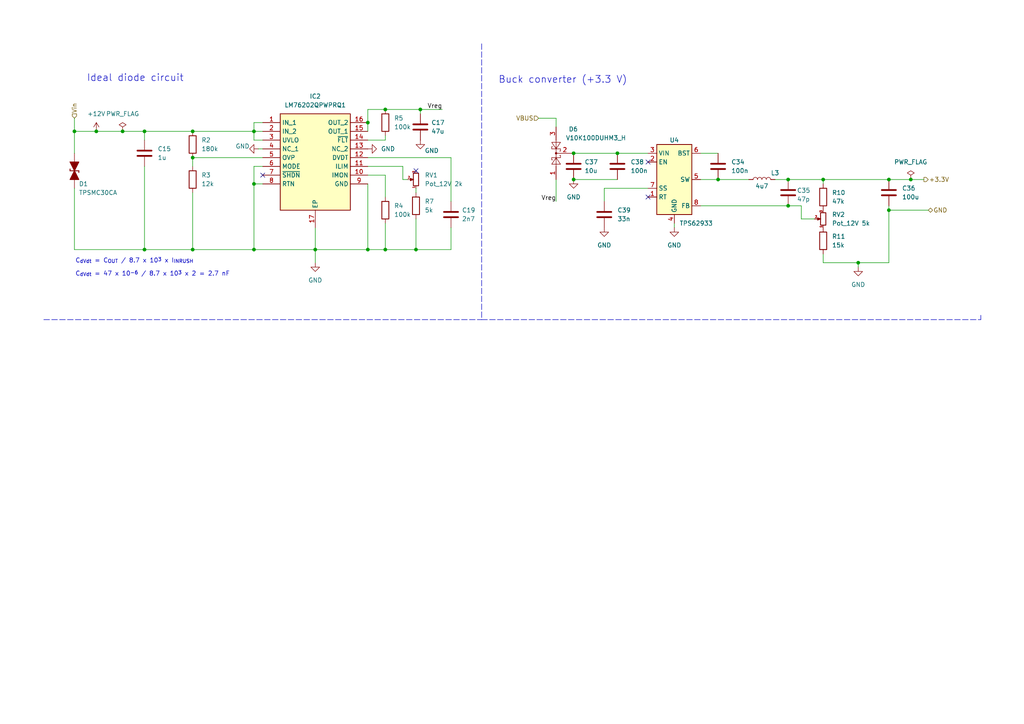
<source format=kicad_sch>
(kicad_sch (version 20250114) (generator "eeschema") (generator_version "9.0")
  (paper "A4")
  (lib_symbols
    (symbol "Device:C" (pin_numbers (hide yes)) (pin_names (offset 0.254))
      (property "Reference" "C" (at 0.635 2.54 0))
      (property "Value" "C" (at 0.635 -2.54 0))
      (symbol "C_0_1"
        (polyline (pts (xy -2.032 0.762) (xy 2.032 0.762)) (stroke (width 0.508)))
        (polyline (pts (xy -2.032 -0.762) (xy 2.032 -0.762)) (stroke (width 0.508)))
      )
      (symbol "C_1_1"
        (pin passive line (at 0 3.81 270) (length 2.794) (name "~") (number "1"))
        (pin passive line (at 0 -3.81 90) (length 2.794) (name "~") (number "2"))
      )
    )
    (symbol "Device:L" (pin_numbers (hide yes)) (pin_names (offset 1.016) (hide yes))
      (property "Reference" "L" (at -1.27 0 90))
      (property "Value" "L" (at 1.905 0 90))
      (symbol "L_0_1"
        (arc (start 0 2.54) (mid 0.6323 1.905) (end 0 1.27))
        (arc (start 0 1.27) (mid 0.6323 0.635) (end 0 0))
        (arc (start 0 0) (mid 0.6323 -0.635) (end 0 -1.27))
        (arc (start 0 -1.27) (mid 0.6323 -1.905) (end 0 -2.54))
      )
      (symbol "L_1_1"
        (pin passive line (at 0 3.81 270) (length 1.27) (name "1") (number "1"))
        (pin passive line (at 0 -3.81 90) (length 1.27) (name "2") (number "2"))
      )
    )
    (symbol "Device:R" (pin_numbers (hide yes)) (pin_names (offset 0))
      (property "Reference" "R" (at 2.032 0 90))
      (property "Value" "R" (at 0 0 90))
      (symbol "R_0_1"
        (rectangle (start -1.016 -2.54) (end 1.016 2.54) (stroke (width 0.254)))
      )
      (symbol "R_1_1"
        (pin passive line (at 0 3.81 270) (length 1.27) (name "~") (number "1"))
        (pin passive line (at 0 -3.81 90) (length 1.27) (name "~") (number "2"))
      )
    )
    (symbol "Device:R_Potentiometer_Small" (pin_names (offset 1.016) (hide yes))
      (property "Reference" "RV" (at -4.445 0 90))
      (property "Value" "R_Potentiometer_Small" (at -2.54 0 90))
      (symbol "R_Potentiometer_Small_0_1"
        (rectangle (start 0.762 1.8034) (end -0.762 -1.8034) (stroke (width 0.254)))
        (polyline (pts (xy 0.889 0) (xy 0.635 0) (xy 1.651 0.381) (xy 1.651 -0.381) (xy 0.635 0) (xy 0.889 0)) (fill (type outline)))
      )
      (symbol "R_Potentiometer_Small_1_1"
        (pin passive line (at 0 2.54 270) (length 0.635) (name "1") (number "1"))
        (pin passive line (at 0 -2.54 90) (length 0.635) (name "3") (number "3"))
        (pin passive line (at 2.54 0 180) (length 0.9906) (name "2") (number "2"))
      )
    )
    (symbol "Diode:BAT54CW" (pin_names (offset 1.016))
      (property "Reference" "D6" (at 6.985 -6.35 90))
      (property "Value" "V10K100DUHM3_H" (at 4.445 -20.32 90))
      (symbol "BAT54CW_0_1"
        (polyline (pts (xy -3.175 -1.27) (xy -3.175 1.27) (xy -1.27 0) (xy -3.175 -1.27)))
        (polyline (pts (xy -1.905 1.27) (xy -1.905 1.016)))
        (polyline (pts (xy -1.905 0) (xy 1.905 0)))
        (polyline (pts (xy -1.27 1.27) (xy -1.905 1.27)))
        (polyline (pts (xy -1.27 1.27) (xy -1.27 -1.27)))
        (polyline (pts (xy -1.27 0) (xy -3.81 0)))
        (polyline (pts (xy -1.27 -1.27) (xy -0.635 -1.27)))
        (polyline (pts (xy -0.635 -1.27) (xy -0.635 -1.016)))
        (circle (center 0 0) (radius 0.254) (fill (type outline)))
        (polyline (pts (xy 0.635 -1.27) (xy 0.635 -1.016)))
        (polyline (pts (xy 1.27 1.27) (xy 1.27 -1.27)))
        (polyline (pts (xy 1.27 1.27) (xy 1.905 1.27)))
        (polyline (pts (xy 1.27 -1.27) (xy 0.635 -1.27)))
        (polyline (pts (xy 1.905 1.27) (xy 1.905 1.016)))
        (polyline (pts (xy 3.175 -1.27) (xy 3.175 1.27) (xy 1.27 0) (xy 3.175 -1.27)))
        (polyline (pts (xy 3.81 0) (xy 1.27 0)))
      )
      (symbol "BAT54CW_1_1"
        (pin passive line (at -7.62 0 0) (length 3.81) (name "~") (number "1"))
        (pin passive line (at 0 -5.08 90) (length 5.08) (name "~") (number "2"))
        (pin passive line (at 7.62 0 180) (length 3.81) (name "~") (number "3"))
      )
    )
    (symbol "GND_1" (power) (pin_numbers (hide yes)) (pin_names (offset 0) (hide yes))
      (property "Value" "GND" (at 0 -3.81 0))
      (symbol "GND_1_0_1"
        (polyline (pts (xy 0 0) (xy 0 -1.27) (xy 1.27 -1.27) (xy 0 -2.54) (xy -1.27 -1.27) (xy 0 -1.27)))
      )
      (symbol "GND_1_1_1"
        (pin power_in line (at 0 0 270) (length 0) (name "~") (number "1"))
      )
    )
    (symbol "GND_2" (power) (pin_numbers (hide yes)) (pin_names (offset 0) (hide yes))
      (property "Value" "GND" (at 0 -3.81 0))
      (symbol "GND_2_0_1"
        (polyline (pts (xy 0 0) (xy 0 -1.27) (xy 1.27 -1.27) (xy 0 -2.54) (xy -1.27 -1.27) (xy 0 -1.27)))
      )
      (symbol "GND_2_1_1"
        (pin power_in line (at 0 0 270) (length 0) (name "~") (number "1"))
      )
    )
    (symbol "GND_3" (power) (pin_numbers (hide yes)) (pin_names (offset 0) (hide yes))
      (property "Value" "GND" (at 0 -3.81 0))
      (symbol "GND_3_0_1"
        (polyline (pts (xy 0 0) (xy 0 -1.27) (xy 1.27 -1.27) (xy 0 -2.54) (xy -1.27 -1.27) (xy 0 -1.27)))
      )
      (symbol "GND_3_1_1"
        (pin power_in line (at 0 0 270) (length 0) (name "~") (number "1"))
      )
    )
    (symbol "GND_4" (power) (pin_numbers (hide yes)) (pin_names (offset 0) (hide yes))
      (property "Value" "GND" (at 0 -3.81 0))
      (symbol "GND_4_0_1"
        (polyline (pts (xy 0 0) (xy 0 -1.27) (xy 1.27 -1.27) (xy 0 -2.54) (xy -1.27 -1.27) (xy 0 -1.27)))
      )
      (symbol "GND_4_1_1"
        (pin power_in line (at 0 0 270) (length 0) (name "~") (number "1"))
      )
    )
    (symbol "LM76202QPWPRQ1:LM76202QPWPRQ1"
      (property "Reference" "IC" (at 26.67 7.62 0))
      (property "Value" "LM76202QPWPRQ1" (at 26.67 5.08 0))
      (symbol "LM76202QPWPRQ1_1_1"
        (rectangle (start 5.08 2.54) (end 25.4 -25.4) (stroke (width 0.254)) (fill (type background)))
        (pin passive line (at 0 0 0) (length 5.08) (name "IN_1") (number "1"))
        (pin passive line (at 0 -2.54 0) (length 5.08) (name "IN_2") (number "2"))
        (pin passive line (at 0 -5.08 0) (length 5.08) (name "UVLO") (number "3"))
        (pin passive line (at 0 -7.62 0) (length 5.08) (name "NC_1") (number "4"))
        (pin passive line (at 0 -10.16 0) (length 5.08) (name "OVP") (number "5"))
        (pin passive line (at 0 -12.7 0) (length 5.08) (name "MODE") (number "6"))
        (pin passive line (at 0 -15.24 0) (length 5.08) (name "~{SHDN}") (number "7"))
        (pin passive line (at 0 -17.78 0) (length 5.08) (name "RTN") (number "8"))
        (pin passive line (at 15.24 -30.48 90) (length 5.08) (name "EP") (number "17"))
        (pin passive line (at 30.48 0 180) (length 5.08) (name "OUT_2") (number "16"))
        (pin passive line (at 30.48 -2.54 180) (length 5.08) (name "OUT_1") (number "15"))
        (pin passive line (at 30.48 -5.08 180) (length 5.08) (name "~{FLT}") (number "14"))
        (pin passive line (at 30.48 -7.62 180) (length 5.08) (name "NC_2") (number "13"))
        (pin passive line (at 30.48 -10.16 180) (length 5.08) (name "DVDT") (number "12"))
        (pin passive line (at 30.48 -12.7 180) (length 5.08) (name "ILIM") (number "11"))
        (pin passive line (at 30.48 -15.24 180) (length 5.08) (name "IMON") (number "10"))
        (pin passive line (at 30.48 -17.78 180) (length 5.08) (name "GND") (number "9"))
      )
    )
    (symbol "PCM_Diode_TVS_AKL:TPSMC30CA" (pin_numbers (hide yes)) (pin_names (offset 1.016) (hide yes))
      (property "Reference" "D" (at 0 5.08 0))
      (property "Value" "TPSMC30CA" (at 0 2.54 0))
      (symbol "TPSMC30CA_0_1"
        (polyline (pts (xy 0 1.27) (xy 0 -1.27)) (stroke (width 0.254)))
        (polyline (pts (xy 0 1.27) (xy 0.508 1.27)) (stroke (width 0.254)))
        (polyline (pts (xy 0 0) (xy -2.54 1.27) (xy -2.54 -1.27) (xy 0 0)) (stroke (width 0.254)) (fill (type outline)))
        (polyline (pts (xy 0 -1.27) (xy -0.508 -1.27)) (stroke (width 0.254)))
        (polyline (pts (xy 1.27 0) (xy -1.27 0)))
        (polyline (pts (xy 2.54 1.27) (xy 2.54 -1.27) (xy 0 0) (xy 2.54 1.27)) (stroke (width 0.254)) (fill (type outline)))
      )
      (symbol "TPSMC30CA_1_1"
        (pin passive line (at -5.08 0 0) (length 2.54) (name "K") (number "1"))
        (pin passive line (at 5.08 0 180) (length 2.54) (name "A") (number "2"))
      )
    )
    (symbol "Regulator_Switching:TPS62933"
      (property "Reference" "U" (at 0 13.97 0))
      (property "Value" "TPS62933" (at 0 11.43 0))
      (symbol "TPS62933_0_1"
        (rectangle (start -5.08 10.16) (end 5.08 -10.16) (stroke (width 0.254)) (fill (type background)))
      )
      (symbol "TPS62933_1_1"
        (pin power_in line (at -7.62 7.62 0) (length 2.54) (name "VIN") (number "3"))
        (pin input line (at -7.62 5.08 0) (length 2.54) (name "EN") (number "2"))
        (pin passive line (at -7.62 -2.54 0) (length 2.54) (name "SS") (number "7"))
        (pin passive line (at -7.62 -5.08 0) (length 2.54) (name "RT") (number "1"))
        (pin power_in line (at 0 -12.7 90) (length 2.54) (name "GND") (number "4"))
        (pin passive line (at 7.62 7.62 180) (length 2.54) (name "BST") (number "6"))
        (pin output line (at 7.62 0 180) (length 2.54) (name "SW") (number "5"))
        (pin input line (at 7.62 -7.62 180) (length 2.54) (name "FB") (number "8"))
      )
    )
    (symbol "power:+12V" (power) (pin_numbers (hide yes)) (pin_names (offset 0) (hide yes))
      (property "Value" "+12V" (at 0 3.556 0))
      (symbol "+12V_0_1"
        (polyline (pts (xy -0.762 1.27) (xy 0 2.54)))
        (polyline (pts (xy 0 2.54) (xy 0.762 1.27)))
        (polyline (pts (xy 0 0) (xy 0 2.54)))
      )
      (symbol "+12V_1_1"
        (pin power_in line (at 0 0 90) (length 0) (name "~") (number "1"))
      )
    )
    (symbol "power:PWR_FLAG" (power) (pin_numbers (hide yes)) (pin_names (offset 0) (hide yes))
      (property "Value" "PWR_FLAG" (at 0 3.81 0))
      (symbol "PWR_FLAG_0_0"
        (pin power_out line (at 0 0 90) (length 0) (name "pwr") (number "1"))
      )
      (symbol "PWR_FLAG_0_1"
        (polyline (pts (xy 0 0) (xy 0 1.27) (xy -1.016 1.905) (xy 0 2.54) (xy 1.016 1.905) (xy 0 1.27)))
      )
    )
  )
  (text "C_{dVdt} = C_{OUT} / 8.7 x 10^{3} x I_{INRUSH}" (at 21.844 76.454 0) (effects (font (size 1.27 1.27)) (justify left bottom)))
  (text "C_{dVdt} = 47 x 10^{-6} / 8.7 x 10^{3} x 2 = 2.7 nF" (at 21.844 80.264 0) (effects (font (size 1.27 1.27)) (justify left bottom)))
  (text "Ideal diode circuit\n" (at 25.146 23.876 0) (effects (font (size 2 2)) (justify left bottom)))
  (text "Buck converter (+3.3 V)" (at 144.526 24.384 0) (effects (font (size 2 2)) (justify left bottom)))
  (junction (at 257.81 60.96))
  (junction (at 248.92 76.2))
  (junction (at 91.44 72.39))
  (junction (at 35.56 38.1))
  (junction (at 27.94 38.1))
  (junction (at 121.92 31.75))
  (junction (at 208.28 52.07))
  (junction (at 228.6 52.07))
  (junction (at 55.88 45.72))
  (junction (at 179.07 44.45))
  (junction (at 21.59 38.1))
  (junction (at 257.81 52.07))
  (junction (at 55.88 38.1))
  (junction (at 73.66 53.34))
  (junction (at 166.37 52.07))
  (junction (at 55.88 72.39))
  (junction (at 228.6 59.69))
  (junction (at 264.16 52.07))
  (junction (at 106.68 72.39))
  (junction (at 41.91 72.39))
  (junction (at 106.68 35.56))
  (junction (at 73.66 38.1))
  (junction (at 120.65 72.39))
  (junction (at 238.76 52.07))
  (junction (at 111.76 72.39))
  (junction (at 73.66 72.39))
  (junction (at 166.37 44.45))
  (junction (at 111.76 31.75))
  (junction (at 41.91 38.1))
  (no_connect (at 120.65 49.53))
  (no_connect (at 76.2 50.8))
  (no_connect (at 187.96 46.99))
  (no_connect (at 187.96 57.15))
  (polyline (pts (xy 12.7 92.71) (xy 139.7 92.71)) (stroke (width 0) (type dash)))
  (wire (pts (xy 156.21 34.29) (xy 161.29 34.29)))
  (wire (pts (xy 111.76 50.8) (xy 111.76 57.15)))
  (wire (pts (xy 106.68 40.64) (xy 111.76 40.64)))
  (wire (pts (xy 120.65 63.5) (xy 120.65 72.39)))
  (wire (pts (xy 21.59 54.61) (xy 21.59 72.39)))
  (wire (pts (xy 203.2 52.07) (xy 208.28 52.07)))
  (wire (pts (xy 203.2 59.69) (xy 228.6 59.69)))
  (wire (pts (xy 55.88 55.88) (xy 55.88 72.39)))
  (wire (pts (xy 73.66 53.34) (xy 73.66 72.39)))
  (wire (pts (xy 238.76 52.07) (xy 228.6 52.07)))
  (wire (pts (xy 195.58 64.77) (xy 195.58 66.04)))
  (wire (pts (xy 73.66 38.1) (xy 73.66 40.64)))
  (wire (pts (xy 238.76 73.66) (xy 238.76 76.2)))
  (wire (pts (xy 73.66 48.26) (xy 73.66 53.34)))
  (wire (pts (xy 257.81 60.96) (xy 257.81 76.2)))
  (wire (pts (xy 73.66 38.1) (xy 76.2 38.1)))
  (wire (pts (xy 106.68 35.56) (xy 106.68 38.1)))
  (polyline (pts (xy 284.48 91.44) (xy 284.48 92.71)))
  (wire (pts (xy 248.92 76.2) (xy 248.92 77.47)))
  (wire (pts (xy 121.92 31.75) (xy 128.27 31.75)))
  (wire (pts (xy 76.2 35.56) (xy 73.66 35.56)))
  (wire (pts (xy 106.68 31.75) (xy 106.68 35.56)))
  (wire (pts (xy 106.68 50.8) (xy 111.76 50.8)))
  (wire (pts (xy 21.59 38.1) (xy 21.59 44.45)))
  (wire (pts (xy 74.93 43.18) (xy 76.2 43.18)))
  (wire (pts (xy 232.41 63.5) (xy 232.41 59.69)))
  (wire (pts (xy 111.76 72.39) (xy 120.65 72.39)))
  (wire (pts (xy 121.92 33.02) (xy 121.92 31.75)))
  (wire (pts (xy 236.22 63.5) (xy 232.41 63.5)))
  (wire (pts (xy 55.88 38.1) (xy 73.66 38.1)))
  (wire (pts (xy 41.91 48.26) (xy 41.91 72.39)))
  (wire (pts (xy 120.65 72.39) (xy 130.81 72.39)))
  (wire (pts (xy 130.81 45.72) (xy 130.81 58.42)))
  (wire (pts (xy 35.56 38.1) (xy 41.91 38.1)))
  (wire (pts (xy 161.29 34.29) (xy 161.29 36.83)))
  (wire (pts (xy 21.59 38.1) (xy 27.94 38.1)))
  (wire (pts (xy 111.76 64.77) (xy 111.76 72.39)))
  (wire (pts (xy 55.88 45.72) (xy 76.2 45.72)))
  (wire (pts (xy 41.91 40.64) (xy 41.91 38.1)))
  (wire (pts (xy 224.79 52.07) (xy 228.6 52.07)))
  (polyline (pts (xy 139.7 12.7) (xy 139.7 92.71)) (stroke (width 0) (type dash)))
  (wire (pts (xy 120.65 54.61) (xy 120.65 55.88)))
  (wire (pts (xy 106.68 72.39) (xy 91.44 72.39)))
  (wire (pts (xy 111.76 31.75) (xy 106.68 31.75)))
  (wire (pts (xy 161.29 52.07) (xy 161.29 58.42)))
  (wire (pts (xy 232.41 59.69) (xy 228.6 59.69)))
  (wire (pts (xy 238.76 52.07) (xy 257.81 52.07)))
  (wire (pts (xy 91.44 72.39) (xy 91.44 66.04)))
  (wire (pts (xy 264.16 52.07) (xy 267.97 52.07)))
  (wire (pts (xy 111.76 72.39) (xy 106.68 72.39)))
  (polyline (pts (xy 139.7 92.71) (xy 284.48 92.71)) (stroke (width 0) (type dash)))
  (wire (pts (xy 41.91 72.39) (xy 55.88 72.39)))
  (wire (pts (xy 257.81 52.07) (xy 264.16 52.07)))
  (wire (pts (xy 111.76 40.64) (xy 111.76 39.37)))
  (wire (pts (xy 106.68 53.34) (xy 106.68 72.39)))
  (wire (pts (xy 27.94 38.1) (xy 35.56 38.1)))
  (wire (pts (xy 238.76 76.2) (xy 248.92 76.2)))
  (wire (pts (xy 111.76 31.75) (xy 121.92 31.75)))
  (wire (pts (xy 203.2 44.45) (xy 208.28 44.45)))
  (wire (pts (xy 166.37 44.45) (xy 179.07 44.45)))
  (wire (pts (xy 55.88 45.72) (xy 55.88 48.26)))
  (wire (pts (xy 21.59 72.39) (xy 41.91 72.39)))
  (wire (pts (xy 257.81 59.69) (xy 257.81 60.96)))
  (wire (pts (xy 116.84 52.07) (xy 116.84 48.26)))
  (wire (pts (xy 238.76 53.34) (xy 238.76 52.07)))
  (wire (pts (xy 116.84 48.26) (xy 106.68 48.26)))
  (wire (pts (xy 73.66 53.34) (xy 76.2 53.34)))
  (wire (pts (xy 166.37 52.07) (xy 179.07 52.07)))
  (wire (pts (xy 21.59 34.29) (xy 21.59 38.1)))
  (wire (pts (xy 118.11 52.07) (xy 116.84 52.07)))
  (wire (pts (xy 179.07 44.45) (xy 187.96 44.45)))
  (wire (pts (xy 106.68 45.72) (xy 130.81 45.72)))
  (wire (pts (xy 91.44 72.39) (xy 91.44 76.2)))
  (wire (pts (xy 175.26 58.42) (xy 175.26 54.61)))
  (wire (pts (xy 130.81 66.04) (xy 130.81 72.39)))
  (wire (pts (xy 73.66 40.64) (xy 76.2 40.64)))
  (wire (pts (xy 175.26 54.61) (xy 187.96 54.61)))
  (wire (pts (xy 73.66 35.56) (xy 73.66 38.1)))
  (wire (pts (xy 257.81 60.96) (xy 269.24 60.96)))
  (wire (pts (xy 208.28 52.07) (xy 217.17 52.07)))
  (wire (pts (xy 55.88 72.39) (xy 73.66 72.39)))
  (wire (pts (xy 41.91 38.1) (xy 55.88 38.1)))
  (wire (pts (xy 257.81 76.2) (xy 248.92 76.2)))
  (wire (pts (xy 76.2 48.26) (xy 73.66 48.26)))
  (wire (pts (xy 73.66 72.39) (xy 91.44 72.39)))
  (label "Vreg" (at 128.27 31.75 180))
  (label "Vreg" (at 161.29 58.42 180))
  (hierarchical_label "+3.3V" (shape output) (at 267.97 52.07 0))
  (hierarchical_label "VBUS" (shape input) (at 156.21 34.29 180))
  (hierarchical_label "Vin" (shape input) (at 21.59 34.29 90))
  (hierarchical_label "GND" (shape bidirectional) (at 269.24 60.96 0))
  (symbol (lib_id "Device:L") (at 220.98 52.07 90) (unit 1)
    (property "Reference" "L3" (at 224.79 50.165 90))
    (property "Value" "4u7" (at 220.98 53.975 90))
    (property "Footprint" "Lib:INDC1608X95N" (effects (hide yes)))
  )
  (symbol (lib_name "GND_2") (lib_id "power:GND") (at 195.58 66.04 0) (unit 1)
    (property "Reference" "#PWR071" (effects (hide yes)))
    (property "Value" "GND" (at 195.58 71.12 0))
    (property "Description" "Power symbol creates a global label with name \"GND\" , ground" (effects (hide yes)))
  )
  (symbol (lib_name "GND_4") (lib_id "power:GND") (at 175.26 66.04 0) (unit 1)
    (property "Reference" "#PWR020" (effects (hide yes)))
    (property "Value" "GND" (at 175.26 71.12 0))
    (property "Description" "Power symbol creates a global label with name \"GND\" , ground" (effects (hide yes)))
  )
  (symbol (lib_id "Device:R") (at 238.76 57.15 0) (unit 1)
    (property "Reference" "R10" (at 241.3 55.8799 0) (effects (justify left)))
    (property "Value" "47k" (at 241.3 58.4199 0) (effects (justify left)))
    (property "Footprint" "Resistor_SMD:R_1206_3216Metric" (effects (hide yes)))
  )
  (symbol (lib_id "Device:R") (at 120.65 59.69 0) (unit 1)
    (property "Reference" "R7" (at 123.19 58.4199 0) (effects (justify left)))
    (property "Value" "5k" (at 123.19 60.9599 0) (effects (justify left)))
    (property "Footprint" "Resistor_SMD:R_1206_3216Metric" (effects (hide yes)))
  )
  (symbol (lib_name "GND_2") (lib_id "power:GND") (at 248.92 77.47 0) (unit 1)
    (property "Reference" "#PWR050" (effects (hide yes)))
    (property "Value" "GND" (at 248.92 82.55 0))
    (property "Description" "Power symbol creates a global label with name \"GND\" , ground" (effects (hide yes)))
  )
  (symbol (lib_id "Device:C") (at 175.26 62.23 0) (unit 1)
    (property "Reference" "C39" (at 179.07 60.9599 0) (effects (justify left)))
    (property "Value" "33n" (at 179.07 63.4999 0) (effects (justify left)))
    (property "Footprint" "Capacitor_SMD:C_1206_3216Metric" (effects (hide yes)))
  )
  (symbol (lib_id "Device:R_Potentiometer_Small") (at 120.65 52.07 180) (unit 1)
    (property "Reference" "RV1" (at 123.19 50.7999 0) (effects (justify right)))
    (property "Value" "Pot_12V 2k" (at 123.19 53.3399 0) (effects (justify right)))
    (property "Footprint" "Lib:TC33X2503E" (effects (hide yes)))
    (property "Description" "Potentiometer" (effects (hide yes)))
  )
  (symbol (lib_id "Regulator_Switching:TPS62933") (at 195.58 52.07 0) (unit 1)
    (property "Reference" "U4" (at 195.58 40.64 0))
    (property "Value" "TPS62933" (at 201.93 64.77 0))
    (property "Footprint" "Lib:SOTFL50P160X60-8N" (effects (hide yes)))
    (property "Datasheet" "https://www.ti.com/lit/ds/symlink/tps62933.pdf" (effects (hide yes)))
  )
  (symbol (lib_id "Diode:BAT54CW") (at 161.29 44.45 90) (unit 1)
    (property "Reference" "D6" (at 167.64 37.465 90) (effects (justify left)))
    (property "Value" "V10K100DUHM3_H" (at 181.61 40.005 90) (effects (justify left)))
    (property "Footprint" "Lib:DPAK228P990X239-4N" (effects (hide yes)))
    (property "Datasheet" "https://assets.nexperia.com/documents/data-sheet/BAT54W_SER.pdf" (effects (hide yes)))
    (property "Description" "Dual schottky barrier diode, common cathode, SOT-323" (effects (hide yes)))
    (property "Height" "1.09" (effects (hide yes)))
    (property "Mouser Part Number" "78-V6K100DUHM3/H" (effects (hide yes)))
    (property "Mouser Price/Stock" "https://www.mouser.co.uk/ProductDetail/Vishay-General-Semiconductor/V6K100DUHM3-H?qs=u16ybLDytRbtckVK0zChdQ%3D%3D" (effects (hide yes)))
    (property "Manufacturer_Name" "Vishay" (effects (hide yes)))
    (property "Manufacturer_Part_Number" "V6K100DUHM3/H" (effects (hide yes)))
  )
  (symbol (lib_id "Device:C") (at 208.28 48.26 0) (unit 1)
    (property "Reference" "C34" (at 212.09 46.9899 0) (effects (justify left)))
    (property "Value" "100n" (at 212.09 49.5299 0) (effects (justify left)))
    (property "Footprint" "Capacitor_SMD:C_1206_3216Metric" (effects (hide yes)))
  )
  (symbol (lib_name "GND_2") (lib_id "power:GND") (at 121.92 40.64 0) (unit 1)
    (property "Reference" "#PWR017" (effects (hide yes)))
    (property "Value" "GND" (at 125.222 43.688 0))
    (property "Description" "Power symbol creates a global label with name \"GND\" , ground" (effects (hide yes)))
  )
  (symbol (lib_id "Device:C") (at 179.07 48.26 0) (unit 1)
    (property "Reference" "C38" (at 182.88 46.9899 0) (effects (justify left)))
    (property "Value" "100n" (at 182.88 49.5299 0) (effects (justify left)))
    (property "Footprint" "Capacitor_SMD:C_1206_3216Metric" (effects (hide yes)))
  )
  (symbol (lib_name "GND_2") (lib_id "power:GND") (at 91.44 76.2 0) (unit 1)
    (property "Reference" "#PWR014" (effects (hide yes)))
    (property "Value" "GND" (at 91.44 81.28 0))
    (property "Description" "Power symbol creates a global label with name \"GND\" , ground" (effects (hide yes)))
  )
  (symbol (lib_id "Device:R") (at 111.76 60.96 0) (unit 1)
    (property "Reference" "R4" (at 114.3 59.6899 0) (effects (justify left)))
    (property "Value" "100k" (at 114.3 62.2299 0) (effects (justify left)))
    (property "Footprint" "Resistor_SMD:R_1206_3216Metric" (effects (hide yes)))
    (property "Description" "Resistor" (effects (hide yes)))
  )
  (symbol (lib_id "Device:R") (at 238.76 69.85 0) (unit 1)
    (property "Reference" "R11" (at 241.3 68.5799 0) (effects (justify left)))
    (property "Value" "15k" (at 241.3 71.1199 0) (effects (justify left)))
    (property "Footprint" "Resistor_SMD:R_1206_3216Metric" (effects (hide yes)))
  )
  (symbol (lib_id "power:PWR_FLAG") (at 264.16 52.07 0) (unit 1)
    (property "Reference" "#FLG04" (effects (hide yes)))
    (property "Value" "PWR_FLAG" (at 264.16 46.99 0))
  )
  (symbol (lib_id "Device:C") (at 130.81 62.23 0) (unit 1)
    (property "Reference" "C19" (at 133.985 60.96 0) (effects (justify left)))
    (property "Value" "2n7" (at 133.985 63.5 0) (effects (justify left)))
    (property "Footprint" "Capacitor_SMD:C_1206_3216Metric" (effects (hide yes)))
  )
  (symbol (lib_name "GND_2") (lib_id "power:GND") (at 166.37 52.07 0) (unit 1)
    (property "Reference" "#PWR072" (effects (hide yes)))
    (property "Value" "GND" (at 166.37 57.15 0))
    (property "Description" "Power symbol creates a global label with name \"GND\" , ground" (effects (hide yes)))
  )
  (symbol (lib_id "power:+12V") (at 27.94 38.1 0) (unit 1)
    (property "Reference" "#PWR012" (effects (hide yes)))
    (property "Value" "+12V" (at 27.94 33.02 0))
    (property "Description" "Power symbol creates a global label with name \"+12V\"" (effects (hide yes)))
  )
  (symbol (lib_id "LM76202QPWPRQ1:LM76202QPWPRQ1") (at 76.2 35.56 0) (unit 1)
    (property "Reference" "IC2" (at 91.44 27.94 0))
    (property "Value" "LM76202QPWPRQ1" (at 91.44 30.48 0))
    (property "Footprint" "Lib:SOP65P640X120-17N" (effects (hide yes)))
    (property "Datasheet" "http://www.ti.com/general/docs/suppproductinfo.tsp?distId=10&gotoUrl=http%3A%2F%2Fwww.ti.com%2Flit%2Fgpn%2Flm76202-q1" (effects (hide yes)))
    (property "Description" "60V 2.2A ideal diode with integrated FET" (effects (hide yes)))
    (property "Height" "1.2" (effects (hide yes)))
    (property "Mouser Part Number" "595-LM76202QPWPRQ1" (effects (hide yes)))
    (property "Mouser Price/Stock" "https://www.mouser.co.uk/ProductDetail/Texas-Instruments/LM76202QPWPRQ1?qs=B6kkDfuK7%2FDO3IObrBgfZg%3D%3D" (effects (hide yes)))
    (property "Manufacturer_Name" "Texas Instruments" (effects (hide yes)))
    (property "Manufacturer_Part_Number" "LM76202QPWPRQ1" (effects (hide yes)))
  )
  (symbol (lib_id "Device:R") (at 55.88 41.91 0) (unit 1)
    (property "Reference" "R2" (at 58.42 40.64 0) (effects (justify left)))
    (property "Value" "180k" (at 58.42 43.18 0) (effects (justify left)))
    (property "Footprint" "Resistor_SMD:R_1206_3216Metric" (effects (hide yes)))
  )
  (symbol (lib_id "Device:R") (at 55.88 52.07 0) (unit 1)
    (property "Reference" "R3" (at 58.42 50.7999 0) (effects (justify left)))
    (property "Value" "12k" (at 58.42 53.3399 0) (effects (justify left)))
    (property "Footprint" "Resistor_SMD:R_1206_3216Metric" (effects (hide yes)))
  )
  (symbol (lib_id "PCM_Diode_TVS_AKL:TPSMC30CA") (at 21.59 49.53 90) (unit 1)
    (property "Reference" "D1" (at 22.86 53.34 90) (effects (justify right)))
    (property "Value" "TPSMC30CA" (at 22.86 55.88 90) (effects (justify right)))
    (property "Footprint" "Lib:TPSMCSeries_LTF" (effects (hide yes)))
    (property "Datasheet" "https://www.tme.eu/Document/fe696fca10a75ca6fef9faefe21b9450/TPSMC_ser.pdf" (effects (hide yes)))
  )
  (symbol (lib_id "Device:C") (at 257.81 55.88 0) (unit 1)
    (property "Reference" "C36" (at 261.62 54.6099 0) (effects (justify left)))
    (property "Value" "100u" (at 261.62 57.1499 0) (effects (justify left)))
    (property "Footprint" "Capacitor_SMD:C_1206_3216Metric" (effects (hide yes)))
  )
  (symbol (lib_id "Device:R_Potentiometer_Small") (at 238.76 63.5 180) (unit 1)
    (property "Reference" "RV2" (at 241.3 62.2299 0) (effects (justify right)))
    (property "Value" "Pot_12V 5k" (at 241.3 64.7699 0) (effects (justify right)))
    (property "Footprint" "Lib:TC33X2503E" (effects (hide yes)))
    (property "Description" "Potentiometer" (effects (hide yes)))
  )
  (symbol (lib_id "power:PWR_FLAG") (at 35.56 38.1 0) (unit 1)
    (property "Reference" "#FLG02" (effects (hide yes)))
    (property "Value" "PWR_FLAG" (at 35.56 33.02 0))
    (property "Description" "Special symbol for telling ERC where power comes from" (effects (hide yes)))
  )
  (symbol (lib_id "Device:C") (at 228.6 55.88 0) (unit 1)
    (property "Reference" "C35" (at 231.14 55.245 0) (effects (justify left)))
    (property "Value" "47p" (at 231.14 57.785 0) (effects (justify left)))
    (property "Footprint" "Capacitor_SMD:C_1206_3216Metric" (effects (hide yes)))
  )
  (symbol (lib_id "Device:C") (at 41.91 44.45 0) (unit 1)
    (property "Reference" "C15" (at 45.72 43.18 0) (effects (justify left)))
    (property "Value" "1u" (at 45.72 45.72 0) (effects (justify left)))
    (property "Footprint" "Capacitor_SMD:C_1206_3216Metric" (effects (hide yes)))
  )
  (symbol (lib_name "GND_1") (lib_id "power:GND") (at 74.93 43.18 270) (unit 1)
    (property "Reference" "#PWR013" (effects (hide yes)))
    (property "Value" "GND" (at 72.39 42.418 90) (effects (justify right)))
    (property "Description" "Power symbol creates a global label with name \"GND\" , ground" (effects (hide yes)))
  )
  (symbol (lib_id "Device:R") (at 111.76 35.56 0) (unit 1)
    (property "Reference" "R5" (at 114.3 34.29 0) (effects (justify left)))
    (property "Value" "100k" (at 114.3 36.83 0) (effects (justify left)))
    (property "Footprint" "Resistor_SMD:R_1206_3216Metric" (effects (hide yes)))
  )
  (symbol (lib_id "Device:C") (at 166.37 48.26 0) (unit 1)
    (property "Reference" "C37" (at 169.545 46.9899 0) (effects (justify left)))
    (property "Value" "10u" (at 169.545 49.5299 0) (effects (justify left)))
    (property "Footprint" "Capacitor_SMD:C_1206_3216Metric" (effects (hide yes)))
  )
  (symbol (lib_name "GND_3") (lib_id "power:GND") (at 106.68 43.18 90) (unit 1)
    (property "Reference" "#PWR016" (effects (hide yes)))
    (property "Value" "GND" (at 110.49 43.1799 90) (effects (justify right)))
    (property "Description" "Power symbol creates a global label with name \"GND\" , ground" (effects (hide yes)))
  )
  (symbol (lib_id "Device:C") (at 121.92 36.83 0) (unit 1)
    (property "Reference" "C17" (at 125.095 35.56 0) (effects (justify left)))
    (property "Value" "47u" (at 125.095 38.1 0) (effects (justify left)))
    (property "Footprint" "Capacitor_SMD:CP_Elec_6.3x7.7" (effects (hide yes)))
  )
)
</source>
